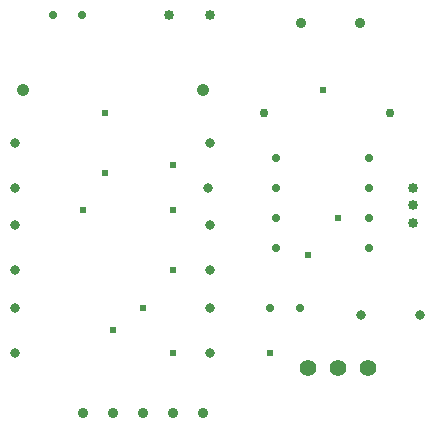
<source format=gbr>
G04 DesignSpark PCB Gerber Version 10.0 Build 5299*
%FSLAX35Y35*%
%MOIN*%
%ADD77C,0.02400*%
%ADD153C,0.02756*%
%ADD152C,0.02795*%
%ADD150C,0.02874*%
%ADD155C,0.02953*%
%ADD83C,0.03150*%
%ADD151C,0.03346*%
%ADD79C,0.03500*%
%ADD82C,0.03543*%
%ADD154C,0.04134*%
%ADD156C,0.05472*%
X0Y0D02*
D02*
D77*
X28100Y80600D03*
X35600Y93100D03*
Y113100D03*
X38100Y40600D03*
X48100Y48100D03*
X58100Y33100D03*
Y60600D03*
Y80600D03*
Y95600D03*
X90600Y33100D03*
X103100Y65600D03*
X108100Y120600D03*
X113100Y78100D03*
D02*
D79*
X28100Y13100D03*
X38100D03*
X48100D03*
X58100D03*
X68100D03*
D02*
D82*
X100915Y143100D03*
X120600D03*
D02*
D83*
X5600Y33100D03*
Y48100D03*
Y60600D03*
Y88100D03*
Y103100D03*
X5639Y75600D03*
X69773Y88100D03*
X70561Y33100D03*
Y48100D03*
Y60600D03*
Y103100D03*
X70600Y75600D03*
X120757Y45600D03*
X140443D03*
D02*
D150*
X92470Y68100D03*
Y78100D03*
Y88100D03*
Y98100D03*
X123730Y68100D03*
Y78100D03*
Y88100D03*
Y98100D03*
D02*
D151*
X56820Y145600D03*
X70600D03*
X138100Y76289D03*
Y82194D03*
Y88100D03*
D02*
D152*
X90600Y48100D03*
X100600D03*
D02*
D153*
X18100Y145600D03*
X27943D03*
D02*
D154*
X8100Y120600D03*
X68336D03*
D02*
D155*
X88474Y113100D03*
X130600D03*
D02*
D156*
X103100Y28100D03*
X113100D03*
X123100D03*
X0Y0D02*
M02*

</source>
